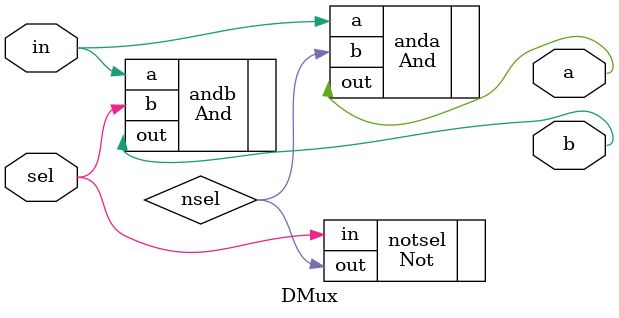
<source format=v>
/**
 * Demultiplexor:
 * {a, b} = {in, 0} if sel == 0
 *          {0, in} if sel == 1
 */

module DMux(in,sel,a,b);
	input in;
	input sel;
   	output a;
   	output b;

	Not notsel(.in(sel),.out(nsel));
	And anda(.a(in),.b(nsel),.out(a));
	And andb(.a(in),.b(sel),.out(b));
endmodule

</source>
